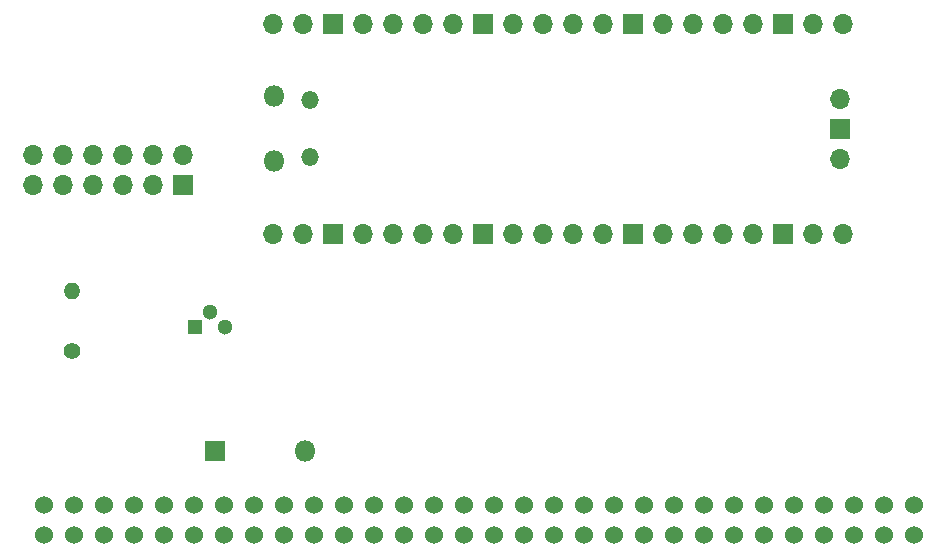
<source format=gbr>
%TF.GenerationSoftware,KiCad,Pcbnew,7.0.11-7.0.11~ubuntu22.04.1*%
%TF.CreationDate,2024-07-10T21:13:57-03:00*%
%TF.ProjectId,GG_LCD_DIY,47475f4c-4344-45f4-9449-592e6b696361,rev?*%
%TF.SameCoordinates,Original*%
%TF.FileFunction,Soldermask,Bot*%
%TF.FilePolarity,Negative*%
%FSLAX46Y46*%
G04 Gerber Fmt 4.6, Leading zero omitted, Abs format (unit mm)*
G04 Created by KiCad (PCBNEW 7.0.11-7.0.11~ubuntu22.04.1) date 2024-07-10 21:13:57*
%MOMM*%
%LPD*%
G01*
G04 APERTURE LIST*
%ADD10O,1.800000X1.800000*%
%ADD11O,1.500000X1.500000*%
%ADD12O,1.700000X1.700000*%
%ADD13R,1.700000X1.700000*%
%ADD14C,1.400000*%
%ADD15O,1.400000X1.400000*%
%ADD16C,1.524000*%
%ADD17R,1.800000X1.800000*%
%ADD18R,1.300000X1.300000*%
%ADD19C,1.300000*%
G04 APERTURE END LIST*
D10*
%TO.C,U1*%
X130250000Y-80735000D03*
D11*
X133280000Y-80435000D03*
X133280000Y-75585000D03*
D10*
X130250000Y-75285000D03*
D12*
X130120000Y-86900000D03*
X132660000Y-86900000D03*
D13*
X135200000Y-86900000D03*
D12*
X137740000Y-86900000D03*
X140280000Y-86900000D03*
X142820000Y-86900000D03*
X145360000Y-86900000D03*
D13*
X147900000Y-86900000D03*
D12*
X150440000Y-86900000D03*
X152980000Y-86900000D03*
X155520000Y-86900000D03*
X158060000Y-86900000D03*
D13*
X160600000Y-86900000D03*
D12*
X163140000Y-86900000D03*
X165680000Y-86900000D03*
X168220000Y-86900000D03*
X170760000Y-86900000D03*
D13*
X173300000Y-86900000D03*
D12*
X175840000Y-86900000D03*
X178380000Y-86900000D03*
X178380000Y-69120000D03*
X175840000Y-69120000D03*
D13*
X173300000Y-69120000D03*
D12*
X170760000Y-69120000D03*
X168220000Y-69120000D03*
X165680000Y-69120000D03*
X163140000Y-69120000D03*
D13*
X160600000Y-69120000D03*
D12*
X158060000Y-69120000D03*
X155520000Y-69120000D03*
X152980000Y-69120000D03*
X150440000Y-69120000D03*
D13*
X147900000Y-69120000D03*
D12*
X145360000Y-69120000D03*
X142820000Y-69120000D03*
X140280000Y-69120000D03*
X137740000Y-69120000D03*
D13*
X135200000Y-69120000D03*
D12*
X132660000Y-69120000D03*
X130120000Y-69120000D03*
X178150000Y-80550000D03*
D13*
X178150000Y-78010000D03*
D12*
X178150000Y-75470000D03*
%TD*%
D14*
%TO.C,R3*%
X113100000Y-96880000D03*
D15*
X113100000Y-91800000D03*
%TD*%
D16*
%TO.C,J14*%
X110760000Y-109860000D03*
X110760000Y-112400000D03*
X113300000Y-109860000D03*
X113300000Y-112400000D03*
X115840000Y-109860000D03*
X115840000Y-112400000D03*
X118380000Y-109860000D03*
X118380000Y-112400000D03*
X120920000Y-109860000D03*
X120920000Y-112400000D03*
X123460000Y-109860000D03*
X123460000Y-112400000D03*
X126000000Y-109860000D03*
X126000000Y-112400000D03*
X128540000Y-109860000D03*
X128540000Y-112400000D03*
X131080000Y-109860000D03*
X131080000Y-112400000D03*
X133620000Y-109860000D03*
X133620000Y-112400000D03*
X136160000Y-109860000D03*
X136160000Y-112400000D03*
X138700000Y-109860000D03*
X138700000Y-112400000D03*
X141240000Y-109860000D03*
X141240000Y-112400000D03*
X143780000Y-109860000D03*
X143780000Y-112400000D03*
X146320000Y-109860000D03*
X146320000Y-112400000D03*
X148860000Y-109860000D03*
X148860000Y-112400000D03*
X151400000Y-109860000D03*
X151400000Y-112400000D03*
X153940000Y-109860000D03*
X153940000Y-112400000D03*
X156480000Y-109860000D03*
X156480000Y-112400000D03*
X159020000Y-109860000D03*
X159020000Y-112400000D03*
X161560000Y-109860000D03*
X161560000Y-112400000D03*
X164100000Y-109860000D03*
X164100000Y-112400000D03*
X166640000Y-109860000D03*
X166640000Y-112400000D03*
X169180000Y-109860000D03*
X169180000Y-112400000D03*
X171720000Y-109860000D03*
X171720000Y-112400000D03*
X174260000Y-109860000D03*
X174260000Y-112400000D03*
X176800000Y-109860000D03*
X184420000Y-109860000D03*
X176800000Y-112400000D03*
X179340000Y-109860000D03*
X179340000Y-112400000D03*
X181880000Y-109860000D03*
X181880000Y-112400000D03*
X184420000Y-112400000D03*
%TD*%
D17*
%TO.C,D2*%
X125280000Y-105300000D03*
D10*
X132900000Y-105300000D03*
%TD*%
D13*
%TO.C,J17*%
X122500000Y-82800000D03*
D12*
X122500000Y-80260000D03*
X119960000Y-82800000D03*
X119960000Y-80260000D03*
X117420000Y-82800000D03*
X117420000Y-80260000D03*
X114880000Y-82800000D03*
X114880000Y-80260000D03*
X112340000Y-82800000D03*
X112340000Y-80260000D03*
X109800000Y-82800000D03*
X109800000Y-80260000D03*
%TD*%
D18*
%TO.C,Q1*%
X123530000Y-94770000D03*
D19*
X124800000Y-93500000D03*
X126070000Y-94770000D03*
%TD*%
M02*

</source>
